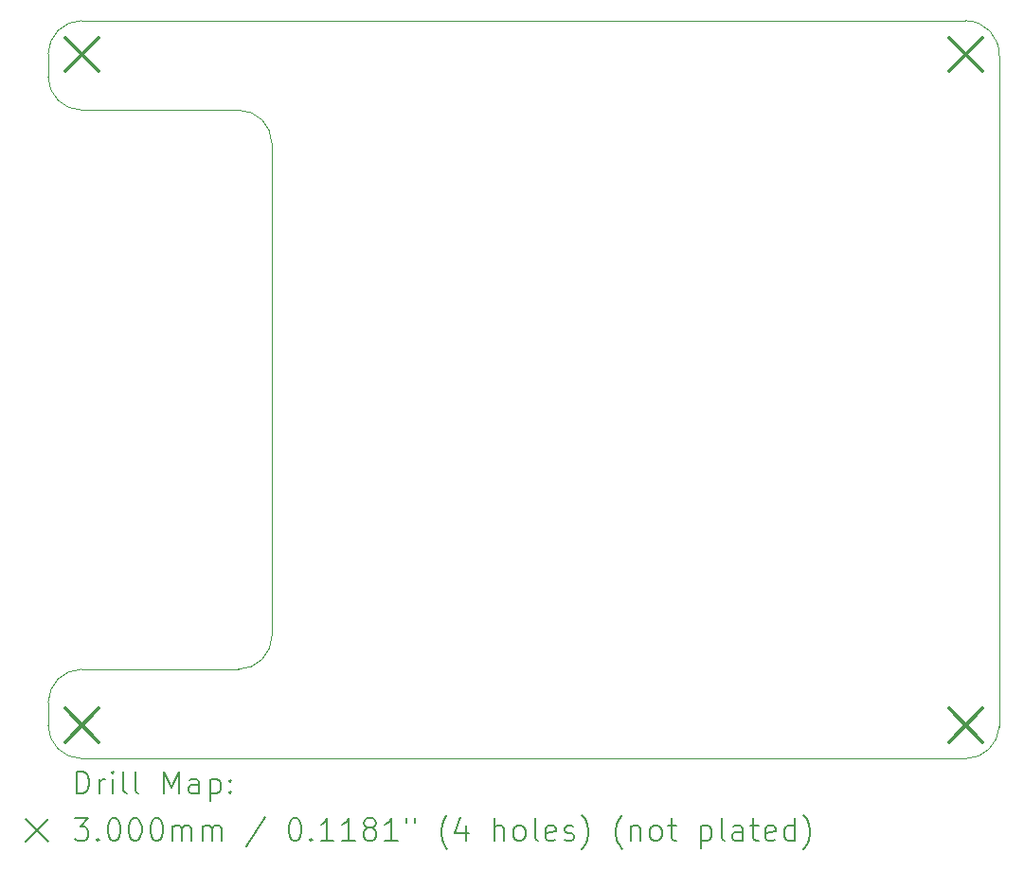
<source format=gbr>
%TF.GenerationSoftware,KiCad,Pcbnew,(6.0.9)*%
%TF.CreationDate,2022-12-06T23:55:57-06:00*%
%TF.ProjectId,BPS-MinionShield,4250532d-4d69-46e6-996f-6e536869656c,rev?*%
%TF.SameCoordinates,Original*%
%TF.FileFunction,Drillmap*%
%TF.FilePolarity,Positive*%
%FSLAX45Y45*%
G04 Gerber Fmt 4.5, Leading zero omitted, Abs format (unit mm)*
G04 Created by KiCad (PCBNEW (6.0.9)) date 2022-12-06 23:55:57*
%MOMM*%
%LPD*%
G01*
G04 APERTURE LIST*
%ADD10C,0.050000*%
%ADD11C,0.200000*%
%ADD12C,0.300000*%
G04 APERTURE END LIST*
D10*
X11700000Y-12800000D02*
G75*
G03*
X12000000Y-12500000I0J300000D01*
G01*
X10300000Y-12800000D02*
X11700000Y-12800000D01*
X10000000Y-7500000D02*
G75*
G03*
X10300000Y-7800000I300000J0D01*
G01*
X10000000Y-13300000D02*
G75*
G03*
X10300000Y-13600000I300000J0D01*
G01*
X12000000Y-8100000D02*
X12000000Y-12500000D01*
X10300000Y-7000000D02*
G75*
G03*
X10000000Y-7300000I0J-300000D01*
G01*
X10000000Y-13300000D02*
X10000000Y-13100000D01*
X10300000Y-7800000D02*
X11700000Y-7800000D01*
X18500003Y-7315000D02*
G75*
G03*
X18200000Y-7000000I-300003J14640D01*
G01*
X18500000Y-7315000D02*
X18500000Y-13315000D01*
X10000000Y-7300000D02*
X10000000Y-7500000D01*
X18200000Y-13600000D02*
X10300000Y-13600000D01*
X10300000Y-7000000D02*
X18200000Y-7000000D01*
X10300000Y-12800000D02*
G75*
G03*
X10000000Y-13100000I0J-300000D01*
G01*
X12000000Y-8100000D02*
G75*
G03*
X11700000Y-7800000I-300000J0D01*
G01*
X18200000Y-13600004D02*
G75*
G03*
X18500000Y-13315000I0J300395D01*
G01*
D11*
D12*
X10150000Y-7150000D02*
X10450000Y-7450000D01*
X10450000Y-7150000D02*
X10150000Y-7450000D01*
X10150000Y-13150000D02*
X10450000Y-13450000D01*
X10450000Y-13150000D02*
X10150000Y-13450000D01*
X18050000Y-7150000D02*
X18350000Y-7450000D01*
X18350000Y-7150000D02*
X18050000Y-7450000D01*
X18050000Y-13150000D02*
X18350000Y-13450000D01*
X18350000Y-13150000D02*
X18050000Y-13450000D01*
D11*
X10255119Y-13912976D02*
X10255119Y-13712976D01*
X10302738Y-13712976D01*
X10331310Y-13722500D01*
X10350357Y-13741548D01*
X10359881Y-13760595D01*
X10369405Y-13798690D01*
X10369405Y-13827262D01*
X10359881Y-13865357D01*
X10350357Y-13884405D01*
X10331310Y-13903452D01*
X10302738Y-13912976D01*
X10255119Y-13912976D01*
X10455119Y-13912976D02*
X10455119Y-13779643D01*
X10455119Y-13817738D02*
X10464643Y-13798690D01*
X10474167Y-13789167D01*
X10493214Y-13779643D01*
X10512262Y-13779643D01*
X10578929Y-13912976D02*
X10578929Y-13779643D01*
X10578929Y-13712976D02*
X10569405Y-13722500D01*
X10578929Y-13732024D01*
X10588452Y-13722500D01*
X10578929Y-13712976D01*
X10578929Y-13732024D01*
X10702738Y-13912976D02*
X10683690Y-13903452D01*
X10674167Y-13884405D01*
X10674167Y-13712976D01*
X10807500Y-13912976D02*
X10788452Y-13903452D01*
X10778929Y-13884405D01*
X10778929Y-13712976D01*
X11036071Y-13912976D02*
X11036071Y-13712976D01*
X11102738Y-13855833D01*
X11169405Y-13712976D01*
X11169405Y-13912976D01*
X11350357Y-13912976D02*
X11350357Y-13808214D01*
X11340833Y-13789167D01*
X11321786Y-13779643D01*
X11283690Y-13779643D01*
X11264643Y-13789167D01*
X11350357Y-13903452D02*
X11331309Y-13912976D01*
X11283690Y-13912976D01*
X11264643Y-13903452D01*
X11255119Y-13884405D01*
X11255119Y-13865357D01*
X11264643Y-13846309D01*
X11283690Y-13836786D01*
X11331309Y-13836786D01*
X11350357Y-13827262D01*
X11445595Y-13779643D02*
X11445595Y-13979643D01*
X11445595Y-13789167D02*
X11464643Y-13779643D01*
X11502738Y-13779643D01*
X11521786Y-13789167D01*
X11531309Y-13798690D01*
X11540833Y-13817738D01*
X11540833Y-13874881D01*
X11531309Y-13893928D01*
X11521786Y-13903452D01*
X11502738Y-13912976D01*
X11464643Y-13912976D01*
X11445595Y-13903452D01*
X11626548Y-13893928D02*
X11636071Y-13903452D01*
X11626548Y-13912976D01*
X11617024Y-13903452D01*
X11626548Y-13893928D01*
X11626548Y-13912976D01*
X11626548Y-13789167D02*
X11636071Y-13798690D01*
X11626548Y-13808214D01*
X11617024Y-13798690D01*
X11626548Y-13789167D01*
X11626548Y-13808214D01*
X9797500Y-14142500D02*
X9997500Y-14342500D01*
X9997500Y-14142500D02*
X9797500Y-14342500D01*
X10236071Y-14132976D02*
X10359881Y-14132976D01*
X10293214Y-14209167D01*
X10321786Y-14209167D01*
X10340833Y-14218690D01*
X10350357Y-14228214D01*
X10359881Y-14247262D01*
X10359881Y-14294881D01*
X10350357Y-14313928D01*
X10340833Y-14323452D01*
X10321786Y-14332976D01*
X10264643Y-14332976D01*
X10245595Y-14323452D01*
X10236071Y-14313928D01*
X10445595Y-14313928D02*
X10455119Y-14323452D01*
X10445595Y-14332976D01*
X10436071Y-14323452D01*
X10445595Y-14313928D01*
X10445595Y-14332976D01*
X10578929Y-14132976D02*
X10597976Y-14132976D01*
X10617024Y-14142500D01*
X10626548Y-14152024D01*
X10636071Y-14171071D01*
X10645595Y-14209167D01*
X10645595Y-14256786D01*
X10636071Y-14294881D01*
X10626548Y-14313928D01*
X10617024Y-14323452D01*
X10597976Y-14332976D01*
X10578929Y-14332976D01*
X10559881Y-14323452D01*
X10550357Y-14313928D01*
X10540833Y-14294881D01*
X10531310Y-14256786D01*
X10531310Y-14209167D01*
X10540833Y-14171071D01*
X10550357Y-14152024D01*
X10559881Y-14142500D01*
X10578929Y-14132976D01*
X10769405Y-14132976D02*
X10788452Y-14132976D01*
X10807500Y-14142500D01*
X10817024Y-14152024D01*
X10826548Y-14171071D01*
X10836071Y-14209167D01*
X10836071Y-14256786D01*
X10826548Y-14294881D01*
X10817024Y-14313928D01*
X10807500Y-14323452D01*
X10788452Y-14332976D01*
X10769405Y-14332976D01*
X10750357Y-14323452D01*
X10740833Y-14313928D01*
X10731310Y-14294881D01*
X10721786Y-14256786D01*
X10721786Y-14209167D01*
X10731310Y-14171071D01*
X10740833Y-14152024D01*
X10750357Y-14142500D01*
X10769405Y-14132976D01*
X10959881Y-14132976D02*
X10978929Y-14132976D01*
X10997976Y-14142500D01*
X11007500Y-14152024D01*
X11017024Y-14171071D01*
X11026548Y-14209167D01*
X11026548Y-14256786D01*
X11017024Y-14294881D01*
X11007500Y-14313928D01*
X10997976Y-14323452D01*
X10978929Y-14332976D01*
X10959881Y-14332976D01*
X10940833Y-14323452D01*
X10931310Y-14313928D01*
X10921786Y-14294881D01*
X10912262Y-14256786D01*
X10912262Y-14209167D01*
X10921786Y-14171071D01*
X10931310Y-14152024D01*
X10940833Y-14142500D01*
X10959881Y-14132976D01*
X11112262Y-14332976D02*
X11112262Y-14199643D01*
X11112262Y-14218690D02*
X11121786Y-14209167D01*
X11140833Y-14199643D01*
X11169405Y-14199643D01*
X11188452Y-14209167D01*
X11197976Y-14228214D01*
X11197976Y-14332976D01*
X11197976Y-14228214D02*
X11207500Y-14209167D01*
X11226548Y-14199643D01*
X11255119Y-14199643D01*
X11274167Y-14209167D01*
X11283690Y-14228214D01*
X11283690Y-14332976D01*
X11378928Y-14332976D02*
X11378928Y-14199643D01*
X11378928Y-14218690D02*
X11388452Y-14209167D01*
X11407500Y-14199643D01*
X11436071Y-14199643D01*
X11455119Y-14209167D01*
X11464643Y-14228214D01*
X11464643Y-14332976D01*
X11464643Y-14228214D02*
X11474167Y-14209167D01*
X11493214Y-14199643D01*
X11521786Y-14199643D01*
X11540833Y-14209167D01*
X11550357Y-14228214D01*
X11550357Y-14332976D01*
X11940833Y-14123452D02*
X11769405Y-14380595D01*
X12197976Y-14132976D02*
X12217024Y-14132976D01*
X12236071Y-14142500D01*
X12245595Y-14152024D01*
X12255119Y-14171071D01*
X12264643Y-14209167D01*
X12264643Y-14256786D01*
X12255119Y-14294881D01*
X12245595Y-14313928D01*
X12236071Y-14323452D01*
X12217024Y-14332976D01*
X12197976Y-14332976D01*
X12178928Y-14323452D01*
X12169405Y-14313928D01*
X12159881Y-14294881D01*
X12150357Y-14256786D01*
X12150357Y-14209167D01*
X12159881Y-14171071D01*
X12169405Y-14152024D01*
X12178928Y-14142500D01*
X12197976Y-14132976D01*
X12350357Y-14313928D02*
X12359881Y-14323452D01*
X12350357Y-14332976D01*
X12340833Y-14323452D01*
X12350357Y-14313928D01*
X12350357Y-14332976D01*
X12550357Y-14332976D02*
X12436071Y-14332976D01*
X12493214Y-14332976D02*
X12493214Y-14132976D01*
X12474167Y-14161548D01*
X12455119Y-14180595D01*
X12436071Y-14190119D01*
X12740833Y-14332976D02*
X12626548Y-14332976D01*
X12683690Y-14332976D02*
X12683690Y-14132976D01*
X12664643Y-14161548D01*
X12645595Y-14180595D01*
X12626548Y-14190119D01*
X12855119Y-14218690D02*
X12836071Y-14209167D01*
X12826548Y-14199643D01*
X12817024Y-14180595D01*
X12817024Y-14171071D01*
X12826548Y-14152024D01*
X12836071Y-14142500D01*
X12855119Y-14132976D01*
X12893214Y-14132976D01*
X12912262Y-14142500D01*
X12921786Y-14152024D01*
X12931309Y-14171071D01*
X12931309Y-14180595D01*
X12921786Y-14199643D01*
X12912262Y-14209167D01*
X12893214Y-14218690D01*
X12855119Y-14218690D01*
X12836071Y-14228214D01*
X12826548Y-14237738D01*
X12817024Y-14256786D01*
X12817024Y-14294881D01*
X12826548Y-14313928D01*
X12836071Y-14323452D01*
X12855119Y-14332976D01*
X12893214Y-14332976D01*
X12912262Y-14323452D01*
X12921786Y-14313928D01*
X12931309Y-14294881D01*
X12931309Y-14256786D01*
X12921786Y-14237738D01*
X12912262Y-14228214D01*
X12893214Y-14218690D01*
X13121786Y-14332976D02*
X13007500Y-14332976D01*
X13064643Y-14332976D02*
X13064643Y-14132976D01*
X13045595Y-14161548D01*
X13026548Y-14180595D01*
X13007500Y-14190119D01*
X13197976Y-14132976D02*
X13197976Y-14171071D01*
X13274167Y-14132976D02*
X13274167Y-14171071D01*
X13569405Y-14409167D02*
X13559881Y-14399643D01*
X13540833Y-14371071D01*
X13531309Y-14352024D01*
X13521786Y-14323452D01*
X13512262Y-14275833D01*
X13512262Y-14237738D01*
X13521786Y-14190119D01*
X13531309Y-14161548D01*
X13540833Y-14142500D01*
X13559881Y-14113928D01*
X13569405Y-14104405D01*
X13731309Y-14199643D02*
X13731309Y-14332976D01*
X13683690Y-14123452D02*
X13636071Y-14266309D01*
X13759881Y-14266309D01*
X13988452Y-14332976D02*
X13988452Y-14132976D01*
X14074167Y-14332976D02*
X14074167Y-14228214D01*
X14064643Y-14209167D01*
X14045595Y-14199643D01*
X14017024Y-14199643D01*
X13997976Y-14209167D01*
X13988452Y-14218690D01*
X14197976Y-14332976D02*
X14178928Y-14323452D01*
X14169405Y-14313928D01*
X14159881Y-14294881D01*
X14159881Y-14237738D01*
X14169405Y-14218690D01*
X14178928Y-14209167D01*
X14197976Y-14199643D01*
X14226548Y-14199643D01*
X14245595Y-14209167D01*
X14255119Y-14218690D01*
X14264643Y-14237738D01*
X14264643Y-14294881D01*
X14255119Y-14313928D01*
X14245595Y-14323452D01*
X14226548Y-14332976D01*
X14197976Y-14332976D01*
X14378928Y-14332976D02*
X14359881Y-14323452D01*
X14350357Y-14304405D01*
X14350357Y-14132976D01*
X14531309Y-14323452D02*
X14512262Y-14332976D01*
X14474167Y-14332976D01*
X14455119Y-14323452D01*
X14445595Y-14304405D01*
X14445595Y-14228214D01*
X14455119Y-14209167D01*
X14474167Y-14199643D01*
X14512262Y-14199643D01*
X14531309Y-14209167D01*
X14540833Y-14228214D01*
X14540833Y-14247262D01*
X14445595Y-14266309D01*
X14617024Y-14323452D02*
X14636071Y-14332976D01*
X14674167Y-14332976D01*
X14693214Y-14323452D01*
X14702738Y-14304405D01*
X14702738Y-14294881D01*
X14693214Y-14275833D01*
X14674167Y-14266309D01*
X14645595Y-14266309D01*
X14626548Y-14256786D01*
X14617024Y-14237738D01*
X14617024Y-14228214D01*
X14626548Y-14209167D01*
X14645595Y-14199643D01*
X14674167Y-14199643D01*
X14693214Y-14209167D01*
X14769405Y-14409167D02*
X14778928Y-14399643D01*
X14797976Y-14371071D01*
X14807500Y-14352024D01*
X14817024Y-14323452D01*
X14826548Y-14275833D01*
X14826548Y-14237738D01*
X14817024Y-14190119D01*
X14807500Y-14161548D01*
X14797976Y-14142500D01*
X14778928Y-14113928D01*
X14769405Y-14104405D01*
X15131309Y-14409167D02*
X15121786Y-14399643D01*
X15102738Y-14371071D01*
X15093214Y-14352024D01*
X15083690Y-14323452D01*
X15074167Y-14275833D01*
X15074167Y-14237738D01*
X15083690Y-14190119D01*
X15093214Y-14161548D01*
X15102738Y-14142500D01*
X15121786Y-14113928D01*
X15131309Y-14104405D01*
X15207500Y-14199643D02*
X15207500Y-14332976D01*
X15207500Y-14218690D02*
X15217024Y-14209167D01*
X15236071Y-14199643D01*
X15264643Y-14199643D01*
X15283690Y-14209167D01*
X15293214Y-14228214D01*
X15293214Y-14332976D01*
X15417024Y-14332976D02*
X15397976Y-14323452D01*
X15388452Y-14313928D01*
X15378928Y-14294881D01*
X15378928Y-14237738D01*
X15388452Y-14218690D01*
X15397976Y-14209167D01*
X15417024Y-14199643D01*
X15445595Y-14199643D01*
X15464643Y-14209167D01*
X15474167Y-14218690D01*
X15483690Y-14237738D01*
X15483690Y-14294881D01*
X15474167Y-14313928D01*
X15464643Y-14323452D01*
X15445595Y-14332976D01*
X15417024Y-14332976D01*
X15540833Y-14199643D02*
X15617024Y-14199643D01*
X15569405Y-14132976D02*
X15569405Y-14304405D01*
X15578928Y-14323452D01*
X15597976Y-14332976D01*
X15617024Y-14332976D01*
X15836071Y-14199643D02*
X15836071Y-14399643D01*
X15836071Y-14209167D02*
X15855119Y-14199643D01*
X15893214Y-14199643D01*
X15912262Y-14209167D01*
X15921786Y-14218690D01*
X15931309Y-14237738D01*
X15931309Y-14294881D01*
X15921786Y-14313928D01*
X15912262Y-14323452D01*
X15893214Y-14332976D01*
X15855119Y-14332976D01*
X15836071Y-14323452D01*
X16045595Y-14332976D02*
X16026548Y-14323452D01*
X16017024Y-14304405D01*
X16017024Y-14132976D01*
X16207500Y-14332976D02*
X16207500Y-14228214D01*
X16197976Y-14209167D01*
X16178928Y-14199643D01*
X16140833Y-14199643D01*
X16121786Y-14209167D01*
X16207500Y-14323452D02*
X16188452Y-14332976D01*
X16140833Y-14332976D01*
X16121786Y-14323452D01*
X16112262Y-14304405D01*
X16112262Y-14285357D01*
X16121786Y-14266309D01*
X16140833Y-14256786D01*
X16188452Y-14256786D01*
X16207500Y-14247262D01*
X16274167Y-14199643D02*
X16350357Y-14199643D01*
X16302738Y-14132976D02*
X16302738Y-14304405D01*
X16312262Y-14323452D01*
X16331309Y-14332976D01*
X16350357Y-14332976D01*
X16493214Y-14323452D02*
X16474167Y-14332976D01*
X16436071Y-14332976D01*
X16417024Y-14323452D01*
X16407500Y-14304405D01*
X16407500Y-14228214D01*
X16417024Y-14209167D01*
X16436071Y-14199643D01*
X16474167Y-14199643D01*
X16493214Y-14209167D01*
X16502738Y-14228214D01*
X16502738Y-14247262D01*
X16407500Y-14266309D01*
X16674167Y-14332976D02*
X16674167Y-14132976D01*
X16674167Y-14323452D02*
X16655119Y-14332976D01*
X16617024Y-14332976D01*
X16597976Y-14323452D01*
X16588452Y-14313928D01*
X16578928Y-14294881D01*
X16578928Y-14237738D01*
X16588452Y-14218690D01*
X16597976Y-14209167D01*
X16617024Y-14199643D01*
X16655119Y-14199643D01*
X16674167Y-14209167D01*
X16750357Y-14409167D02*
X16759881Y-14399643D01*
X16778929Y-14371071D01*
X16788452Y-14352024D01*
X16797976Y-14323452D01*
X16807500Y-14275833D01*
X16807500Y-14237738D01*
X16797976Y-14190119D01*
X16788452Y-14161548D01*
X16778929Y-14142500D01*
X16759881Y-14113928D01*
X16750357Y-14104405D01*
M02*

</source>
